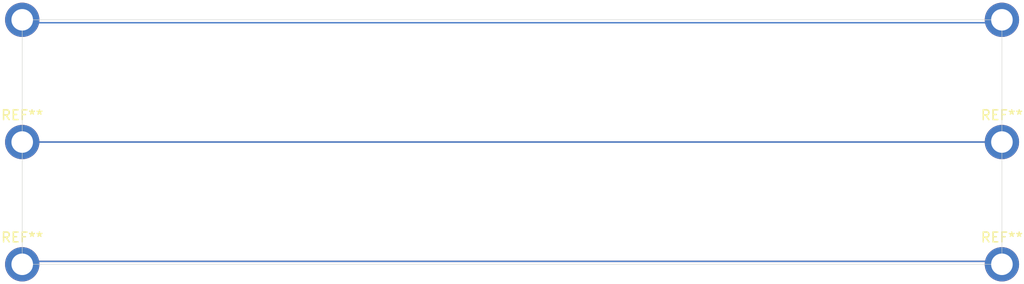
<source format=kicad_pcb>
(kicad_pcb (version 20240108) (generator "pcbnew") (generator_version "8.0")
  (layers (0 "F.Cu" mixed) (31 "B.Cu" signal) (39 "F.Mask" user) (44 "Edge.Cuts" user))
  (net 0 "")
  (footprint "MountingHole:MountingHole_2.2mm_M2_ISO7380_Pad" (layer "F.Cu") (at 100 105)
    (property "Reference" "REF**" (at 0 -2.75 0) (layer "F.SilkS"))
    (property "Value" "MountingHole_2.2mm_M2_ISO7380_Pad")
    (pad "1" thru_hole circle (at 0 0) (size 3.5 3.5) (drill 2.2) (layers "*.Cu" "*.Mask"))
  )
  (footprint "MountingHole:MountingHole_2.2mm_M2_ISO7380_Pad" (layer "F.Cu") (at 200 105)
    (property "Reference" "REF**" (at 0 -2.75 0) (layer "F.SilkS"))
    (property "Value" "MountingHole_2.2mm_M2_ISO7380_Pad")
    (pad "1" thru_hole circle (at 0 0) (size 3.5 3.5) (drill 2.2) (layers "*.Cu" "*.Mask"))
  )
  (footprint "MountingHole:MountingHole_2.2mm_M2_ISO7380_Pad" (layer "F.Cu") (at 100 92.5)
    (property "Reference" "REF**" (at 0 -2.75 0) (layer "F.SilkS"))
    (property "Value" "MountingHole_2.2mm_M2_ISO7380_Pad")
    (pad "1" thru_hole circle (at 0 0) (size 3.5 3.5) (drill 2.2) (layers "*.Cu" "*.Mask"))
  )
  (footprint "MountingHole:MountingHole_2.2mm_M2_ISO7380_Pad" (layer "F.Cu") (at 200 92.5)
    (property "Reference" "REF**" (at 0 -2.75 0) (layer "F.SilkS"))
    (property "Value" "MountingHole_2.2mm_M2_ISO7380_Pad")
    (pad "1" thru_hole circle (at 0 0) (size 3.5 3.5) (drill 2.2) (layers "*.Cu" "*.Mask"))
  )
  (footprint "MountingHole:MountingHole_2.2mm_M2_ISO7380_Pad" (layer "F.Cu") (at 100 80)
    (property "Reference" "REF**" (at 0 -2.75 0) (layer "F.SilkS"))
    (property "Value" "MountingHole_2.2mm_M2_ISO7380_Pad")
    (pad "1" thru_hole circle (at 0 0) (size 3.5 3.5) (drill 2.2) (layers "*.Cu" "*.Mask"))
  )
  (footprint "MountingHole:MountingHole_2.2mm_M2_ISO7380_Pad" (layer "F.Cu") (at 200 80)
    (property "Reference" "REF**" (at 0 -2.75 0) (layer "F.SilkS"))
    (property "Value" "MountingHole_2.2mm_M2_ISO7380_Pad")
    (pad "1" thru_hole circle (at 0 0) (size 3.5 3.5) (drill 2.2) (layers "*.Cu" "*.Mask"))
  )
  (gr_rect (start 100 80) (end 200 105) (stroke (width 0.05)) (fill none) (layer "Edge.Cuts"))
  (segment (start 101.5 92.5) (end 198.5 92.5) (width 0.15) (layer "F.Cu") (net 0))
  (segment (start 199 80.3) (end 101 80.3) (width 0.15) (layer "F.Cu") (net 0))
  (segment (start 199 104.7) (end 101 104.7) (width 0.15) (layer "F.Cu") (net 0))
  (segment (start 199 80.3) (end 101 80.3) (width 0.15) (layer "B.Cu") (net 0))
  (segment (start 199 104.7) (end 101 104.7) (width 0.15) (layer "B.Cu") (net 0))
  (segment (start 101.5 92.5) (end 198.5 92.5) (width 0.15) (layer "B.Cu") (net 0))
)
</source>
